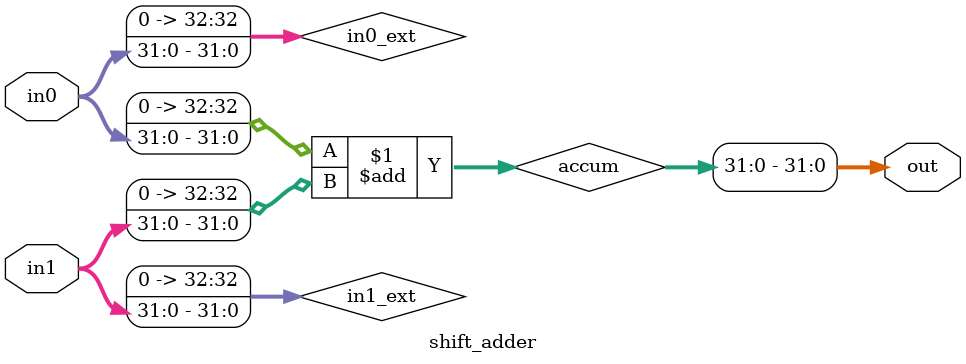
<source format=v>
`timescale 1ns / 1ps


module shift_adder #(
    parameter BW_INPUT0 = 32,
    parameter BW_INPUT1 = 32,
    parameter SIGNED0 = 0,
    parameter SIGNED1 = 0,
    parameter BW_OUT = 32,
    parameter SHIFT1 = 0,
    parameter IS_SUB = 0
) (
    input [BW_INPUT0-1:0] in0,
    input [BW_INPUT1-1:0] in1,
    output [BW_OUT-1:0] out
);

  localparam IN0_NEED_BITS = (SHIFT1 < 0) ? BW_INPUT0 - SHIFT1 : BW_INPUT0;
  localparam IN1_NEED_BITS = (SHIFT1 > 0) ? BW_INPUT1 + SHIFT1 : BW_INPUT1;
  localparam EXTRA_PAD = (SIGNED0 != SIGNED1) ? IS_SUB+1 : IS_SUB+0;
  localparam BW_ADD = (IN0_NEED_BITS > IN1_NEED_BITS) ? IN0_NEED_BITS + EXTRA_PAD + 1 : IN1_NEED_BITS + EXTRA_PAD + 1;
  localparam IN0_PAD_LEFT = (SHIFT1 < 0) ? BW_ADD - BW_INPUT0 + SHIFT1 : BW_ADD - BW_INPUT0;
  localparam IN0_PAD_RIGHT = (SHIFT1 < 0) ? -SHIFT1 : 0;
  localparam IN1_PAD_LEFT = (SHIFT1 > 0) ? BW_ADD - BW_INPUT1 - SHIFT1 : BW_ADD - BW_INPUT1;
  localparam IN1_PAD_RIGHT = (SHIFT1 > 0) ? SHIFT1 : 0;

  wire [BW_ADD-1:0] in0_ext;
  wire [BW_ADD-1:0] in1_ext;

  // verilator lint_off UNUSEDSIGNAL
  wire [BW_ADD-1:0] accum;
  // verilator lint_on UNUSEDSIGNAL

  generate
    if (SIGNED0 == 1) begin : in0_is_signed
      assign in0_ext = {{IN0_PAD_LEFT{in0[BW_INPUT0-1]}}, in0, {IN0_PAD_RIGHT{1'b0}}};
    end else begin : in0_is_unsigned
      assign in0_ext = {{IN0_PAD_LEFT{1'b0}}, in0, {IN0_PAD_RIGHT{1'b0}}};
    end
    if (SIGNED1 == 1) begin : in1_is_signed
      assign in1_ext = {{IN1_PAD_LEFT{in1[BW_INPUT1-1]}}, in1, {IN1_PAD_RIGHT{1'b0}}};
    end else begin : in1_is_unsigned
      assign in1_ext = {{IN1_PAD_LEFT{1'b0}}, in1, {IN1_PAD_RIGHT{1'b0}}};
    end
  endgenerate

  generate
    if (IS_SUB == 1) begin : is_sub
      assign accum = in0_ext - in1_ext;
    end else begin : is_add
      assign accum = in0_ext + in1_ext;
    end
  endgenerate
  assign out = accum[BW_OUT-1:0];

endmodule

</source>
